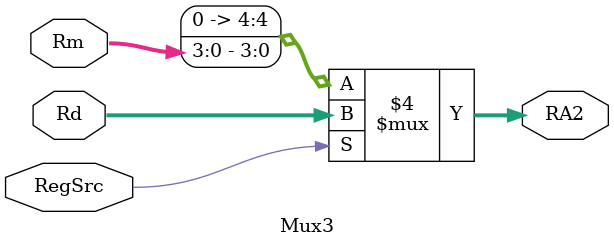
<source format=v>
`timescale 1ns / 1ps


module Mux3(
    input      [3:0]  Rm,
    input      [4:0]  Rd,
    input             RegSrc,
    output reg [4:0]  RA2
    );
    
    always @(*) begin
        if (RegSrc == 0) begin
            RA2 = Rm;
        end else begin
            RA2 = Rd;
        end
    end
    
endmodule

</source>
